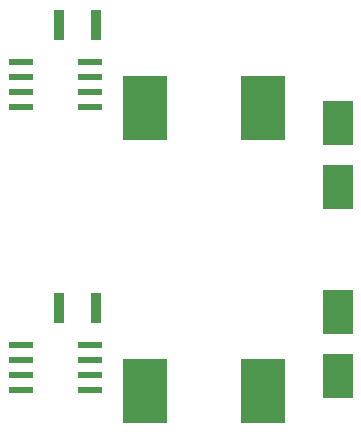
<source format=gtp>
G04*
G04 #@! TF.GenerationSoftware,Altium Limited,Altium Designer,18.0.12 (696)*
G04*
G04 Layer_Color=8421504*
%FSLAX25Y25*%
%MOIN*%
G70*
G01*
G75*
%ADD12R,0.08268X0.02362*%
%ADD13R,0.15158X0.21654*%
%ADD14R,0.03543X0.09843*%
%ADD15R,0.10039X0.14764*%
D12*
X46457Y66555D02*
D03*
Y61555D02*
D03*
Y56555D02*
D03*
Y51555D02*
D03*
X69291Y66555D02*
D03*
Y61555D02*
D03*
Y56555D02*
D03*
Y51555D02*
D03*
Y146043D02*
D03*
Y151043D02*
D03*
Y156043D02*
D03*
Y161043D02*
D03*
X46457Y146043D02*
D03*
Y151043D02*
D03*
Y156043D02*
D03*
Y161043D02*
D03*
D13*
X127067Y51181D02*
D03*
X87894D02*
D03*
X87894Y145669D02*
D03*
X127067D02*
D03*
D14*
X71457Y78740D02*
D03*
X59252D02*
D03*
Y173228D02*
D03*
X71457D02*
D03*
D15*
X151969Y56299D02*
D03*
Y77559D02*
D03*
Y140551D02*
D03*
Y119291D02*
D03*
M02*

</source>
